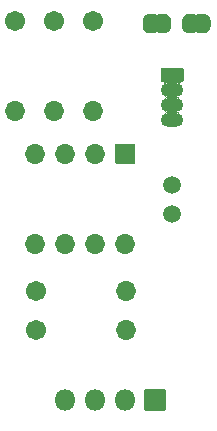
<source format=gts>
G04 #@! TF.GenerationSoftware,KiCad,Pcbnew,5.1.10-88a1d61d58~90~ubuntu20.04.1*
G04 #@! TF.CreationDate,2021-10-12T10:11:59+02:00*
G04 #@! TF.ProjectId,attiny85_I2C_RGB_LED_v2,61747469-6e79-4383-955f-4932435f5247,2.0*
G04 #@! TF.SameCoordinates,Original*
G04 #@! TF.FileFunction,Soldermask,Top*
G04 #@! TF.FilePolarity,Negative*
%FSLAX46Y46*%
G04 Gerber Fmt 4.6, Leading zero omitted, Abs format (unit mm)*
G04 Created by KiCad (PCBNEW 5.1.10-88a1d61d58~90~ubuntu20.04.1) date 2021-10-12 10:11:59*
%MOMM*%
%LPD*%
G01*
G04 APERTURE LIST*
%ADD10C,0.200000*%
%ADD11O,1.702000X1.702000*%
%ADD12C,1.702000*%
%ADD13O,1.802000X1.802000*%
%ADD14O,1.902000X1.172000*%
%ADD15C,1.502000*%
G04 APERTURE END LIST*
D10*
G36*
X121340088Y-114541598D02*
G01*
X121321666Y-114541598D01*
X121316667Y-114541352D01*
X121267836Y-114536542D01*
X121262886Y-114535808D01*
X121214761Y-114526236D01*
X121209905Y-114525020D01*
X121162950Y-114510776D01*
X121158239Y-114509090D01*
X121112906Y-114490313D01*
X121108380Y-114488173D01*
X121065107Y-114465042D01*
X121060816Y-114462469D01*
X121020017Y-114435209D01*
X121015996Y-114432227D01*
X120978067Y-114401099D01*
X120974359Y-114397738D01*
X120939662Y-114363041D01*
X120936301Y-114359333D01*
X120905173Y-114321404D01*
X120902191Y-114317383D01*
X120874931Y-114276584D01*
X120872358Y-114272293D01*
X120849227Y-114229020D01*
X120847087Y-114224494D01*
X120828310Y-114179161D01*
X120826624Y-114174450D01*
X120812380Y-114127495D01*
X120811164Y-114122639D01*
X120801592Y-114074514D01*
X120800858Y-114069564D01*
X120796048Y-114020733D01*
X120795802Y-114015734D01*
X120795802Y-113997312D01*
X120795200Y-113991200D01*
X120795200Y-113491200D01*
X120795802Y-113485088D01*
X120795802Y-113466666D01*
X120796048Y-113461667D01*
X120800858Y-113412836D01*
X120801592Y-113407886D01*
X120811164Y-113359761D01*
X120812380Y-113354905D01*
X120826624Y-113307950D01*
X120828310Y-113303239D01*
X120847087Y-113257906D01*
X120849227Y-113253380D01*
X120872358Y-113210107D01*
X120874931Y-113205816D01*
X120902191Y-113165017D01*
X120905173Y-113160996D01*
X120936301Y-113123067D01*
X120939662Y-113119359D01*
X120974359Y-113084662D01*
X120978067Y-113081301D01*
X121015996Y-113050173D01*
X121020017Y-113047191D01*
X121060816Y-113019931D01*
X121065107Y-113017358D01*
X121108380Y-112994227D01*
X121112906Y-112992087D01*
X121158239Y-112973310D01*
X121162950Y-112971624D01*
X121209905Y-112957380D01*
X121214761Y-112956164D01*
X121262886Y-112946592D01*
X121267836Y-112945858D01*
X121316667Y-112941048D01*
X121321666Y-112940802D01*
X121340088Y-112940802D01*
X121346200Y-112940200D01*
X121846200Y-112940200D01*
X121856150Y-112941180D01*
X121865717Y-112944082D01*
X121874534Y-112948795D01*
X121882262Y-112955138D01*
X121888605Y-112962866D01*
X121893318Y-112971683D01*
X121896220Y-112981250D01*
X121897200Y-112991200D01*
X121897200Y-114491200D01*
X121896220Y-114501150D01*
X121893318Y-114510717D01*
X121888605Y-114519534D01*
X121882262Y-114527262D01*
X121874534Y-114533605D01*
X121865717Y-114538318D01*
X121856150Y-114541220D01*
X121846200Y-114542200D01*
X121346200Y-114542200D01*
X121340088Y-114541598D01*
G37*
G36*
X122136250Y-114541220D02*
G01*
X122126683Y-114538318D01*
X122117866Y-114533605D01*
X122110138Y-114527262D01*
X122103795Y-114519534D01*
X122099082Y-114510717D01*
X122096180Y-114501150D01*
X122095200Y-114491200D01*
X122095200Y-112991200D01*
X122096180Y-112981250D01*
X122099082Y-112971683D01*
X122103795Y-112962866D01*
X122110138Y-112955138D01*
X122117866Y-112948795D01*
X122126683Y-112944082D01*
X122136250Y-112941180D01*
X122146200Y-112940200D01*
X122646200Y-112940200D01*
X122652312Y-112940802D01*
X122670734Y-112940802D01*
X122675733Y-112941048D01*
X122724564Y-112945858D01*
X122729514Y-112946592D01*
X122777639Y-112956164D01*
X122782495Y-112957380D01*
X122829450Y-112971624D01*
X122834161Y-112973310D01*
X122879494Y-112992087D01*
X122884020Y-112994227D01*
X122927293Y-113017358D01*
X122931584Y-113019931D01*
X122972383Y-113047191D01*
X122976404Y-113050173D01*
X123014333Y-113081301D01*
X123018041Y-113084662D01*
X123052738Y-113119359D01*
X123056099Y-113123067D01*
X123087227Y-113160996D01*
X123090209Y-113165017D01*
X123117469Y-113205816D01*
X123120042Y-113210107D01*
X123143173Y-113253380D01*
X123145313Y-113257906D01*
X123164090Y-113303239D01*
X123165776Y-113307950D01*
X123180020Y-113354905D01*
X123181236Y-113359761D01*
X123190808Y-113407886D01*
X123191542Y-113412836D01*
X123196352Y-113461667D01*
X123196598Y-113466666D01*
X123196598Y-113485088D01*
X123197200Y-113491200D01*
X123197200Y-113991200D01*
X123196598Y-113997312D01*
X123196598Y-114015734D01*
X123196352Y-114020733D01*
X123191542Y-114069564D01*
X123190808Y-114074514D01*
X123181236Y-114122639D01*
X123180020Y-114127495D01*
X123165776Y-114174450D01*
X123164090Y-114179161D01*
X123145313Y-114224494D01*
X123143173Y-114229020D01*
X123120042Y-114272293D01*
X123117469Y-114276584D01*
X123090209Y-114317383D01*
X123087227Y-114321404D01*
X123056099Y-114359333D01*
X123052738Y-114363041D01*
X123018041Y-114397738D01*
X123014333Y-114401099D01*
X122976404Y-114432227D01*
X122972383Y-114435209D01*
X122931584Y-114462469D01*
X122927293Y-114465042D01*
X122884020Y-114488173D01*
X122879494Y-114490313D01*
X122834161Y-114509090D01*
X122829450Y-114510776D01*
X122782495Y-114525020D01*
X122777639Y-114526236D01*
X122729514Y-114535808D01*
X122724564Y-114536542D01*
X122675733Y-114541352D01*
X122670734Y-114541598D01*
X122652312Y-114541598D01*
X122646200Y-114542200D01*
X122146200Y-114542200D01*
X122136250Y-114541220D01*
G37*
G36*
X125474050Y-114541220D02*
G01*
X125464483Y-114538318D01*
X125455666Y-114533605D01*
X125447938Y-114527262D01*
X125441595Y-114519534D01*
X125436882Y-114510717D01*
X125433980Y-114501150D01*
X125433000Y-114491200D01*
X125433000Y-112991200D01*
X125433980Y-112981250D01*
X125436882Y-112971683D01*
X125441595Y-112962866D01*
X125447938Y-112955138D01*
X125455666Y-112948795D01*
X125464483Y-112944082D01*
X125474050Y-112941180D01*
X125484000Y-112940200D01*
X125984000Y-112940200D01*
X125990112Y-112940802D01*
X126008534Y-112940802D01*
X126013533Y-112941048D01*
X126062364Y-112945858D01*
X126067314Y-112946592D01*
X126115439Y-112956164D01*
X126120295Y-112957380D01*
X126167250Y-112971624D01*
X126171961Y-112973310D01*
X126217294Y-112992087D01*
X126221820Y-112994227D01*
X126265093Y-113017358D01*
X126269384Y-113019931D01*
X126310183Y-113047191D01*
X126314204Y-113050173D01*
X126352133Y-113081301D01*
X126355841Y-113084662D01*
X126390538Y-113119359D01*
X126393899Y-113123067D01*
X126425027Y-113160996D01*
X126428009Y-113165017D01*
X126455269Y-113205816D01*
X126457842Y-113210107D01*
X126480973Y-113253380D01*
X126483113Y-113257906D01*
X126501890Y-113303239D01*
X126503576Y-113307950D01*
X126517820Y-113354905D01*
X126519036Y-113359761D01*
X126528608Y-113407886D01*
X126529342Y-113412836D01*
X126534152Y-113461667D01*
X126534398Y-113466666D01*
X126534398Y-113485088D01*
X126535000Y-113491200D01*
X126535000Y-113991200D01*
X126534398Y-113997312D01*
X126534398Y-114015734D01*
X126534152Y-114020733D01*
X126529342Y-114069564D01*
X126528608Y-114074514D01*
X126519036Y-114122639D01*
X126517820Y-114127495D01*
X126503576Y-114174450D01*
X126501890Y-114179161D01*
X126483113Y-114224494D01*
X126480973Y-114229020D01*
X126457842Y-114272293D01*
X126455269Y-114276584D01*
X126428009Y-114317383D01*
X126425027Y-114321404D01*
X126393899Y-114359333D01*
X126390538Y-114363041D01*
X126355841Y-114397738D01*
X126352133Y-114401099D01*
X126314204Y-114432227D01*
X126310183Y-114435209D01*
X126269384Y-114462469D01*
X126265093Y-114465042D01*
X126221820Y-114488173D01*
X126217294Y-114490313D01*
X126171961Y-114509090D01*
X126167250Y-114510776D01*
X126120295Y-114525020D01*
X126115439Y-114526236D01*
X126067314Y-114535808D01*
X126062364Y-114536542D01*
X126013533Y-114541352D01*
X126008534Y-114541598D01*
X125990112Y-114541598D01*
X125984000Y-114542200D01*
X125484000Y-114542200D01*
X125474050Y-114541220D01*
G37*
G36*
X124677888Y-114541598D02*
G01*
X124659466Y-114541598D01*
X124654467Y-114541352D01*
X124605636Y-114536542D01*
X124600686Y-114535808D01*
X124552561Y-114526236D01*
X124547705Y-114525020D01*
X124500750Y-114510776D01*
X124496039Y-114509090D01*
X124450706Y-114490313D01*
X124446180Y-114488173D01*
X124402907Y-114465042D01*
X124398616Y-114462469D01*
X124357817Y-114435209D01*
X124353796Y-114432227D01*
X124315867Y-114401099D01*
X124312159Y-114397738D01*
X124277462Y-114363041D01*
X124274101Y-114359333D01*
X124242973Y-114321404D01*
X124239991Y-114317383D01*
X124212731Y-114276584D01*
X124210158Y-114272293D01*
X124187027Y-114229020D01*
X124184887Y-114224494D01*
X124166110Y-114179161D01*
X124164424Y-114174450D01*
X124150180Y-114127495D01*
X124148964Y-114122639D01*
X124139392Y-114074514D01*
X124138658Y-114069564D01*
X124133848Y-114020733D01*
X124133602Y-114015734D01*
X124133602Y-113997312D01*
X124133000Y-113991200D01*
X124133000Y-113491200D01*
X124133602Y-113485088D01*
X124133602Y-113466666D01*
X124133848Y-113461667D01*
X124138658Y-113412836D01*
X124139392Y-113407886D01*
X124148964Y-113359761D01*
X124150180Y-113354905D01*
X124164424Y-113307950D01*
X124166110Y-113303239D01*
X124184887Y-113257906D01*
X124187027Y-113253380D01*
X124210158Y-113210107D01*
X124212731Y-113205816D01*
X124239991Y-113165017D01*
X124242973Y-113160996D01*
X124274101Y-113123067D01*
X124277462Y-113119359D01*
X124312159Y-113084662D01*
X124315867Y-113081301D01*
X124353796Y-113050173D01*
X124357817Y-113047191D01*
X124398616Y-113019931D01*
X124402907Y-113017358D01*
X124446180Y-112994227D01*
X124450706Y-112992087D01*
X124496039Y-112973310D01*
X124500750Y-112971624D01*
X124547705Y-112957380D01*
X124552561Y-112956164D01*
X124600686Y-112946592D01*
X124605636Y-112945858D01*
X124654467Y-112941048D01*
X124659466Y-112940802D01*
X124677888Y-112940802D01*
X124684000Y-112940200D01*
X125184000Y-112940200D01*
X125193950Y-112941180D01*
X125203517Y-112944082D01*
X125212334Y-112948795D01*
X125220062Y-112955138D01*
X125226405Y-112962866D01*
X125231118Y-112971683D01*
X125234020Y-112981250D01*
X125235000Y-112991200D01*
X125235000Y-114491200D01*
X125234020Y-114501150D01*
X125231118Y-114510717D01*
X125226405Y-114519534D01*
X125220062Y-114527262D01*
X125212334Y-114533605D01*
X125203517Y-114538318D01*
X125193950Y-114541220D01*
X125184000Y-114542200D01*
X124684000Y-114542200D01*
X124677888Y-114541598D01*
G37*
D11*
X119405400Y-139700000D03*
D12*
X111785400Y-139700000D03*
X111785400Y-136400000D03*
D11*
X119405400Y-136400000D03*
G36*
G01*
X118530000Y-123909000D02*
X120130000Y-123909000D01*
G75*
G02*
X120181000Y-123960000I0J-51000D01*
G01*
X120181000Y-125560000D01*
G75*
G02*
X120130000Y-125611000I-51000J0D01*
G01*
X118530000Y-125611000D01*
G75*
G02*
X118479000Y-125560000I0J51000D01*
G01*
X118479000Y-123960000D01*
G75*
G02*
X118530000Y-123909000I51000J0D01*
G01*
G37*
X111710000Y-132380000D03*
X116790000Y-124760000D03*
X114250000Y-132380000D03*
X114250000Y-124760000D03*
X116790000Y-132380000D03*
X111710000Y-124760000D03*
X119330000Y-132380000D03*
G36*
G01*
X120975400Y-144725400D02*
X122675400Y-144725400D01*
G75*
G02*
X122726400Y-144776400I0J-51000D01*
G01*
X122726400Y-146476400D01*
G75*
G02*
X122675400Y-146527400I-51000J0D01*
G01*
X120975400Y-146527400D01*
G75*
G02*
X120924400Y-146476400I0J51000D01*
G01*
X120924400Y-144776400D01*
G75*
G02*
X120975400Y-144725400I51000J0D01*
G01*
G37*
D13*
X119285400Y-145626400D03*
X116745400Y-145626400D03*
X114205400Y-145626400D03*
G36*
G01*
X122400000Y-117514000D02*
X124200000Y-117514000D01*
G75*
G02*
X124251000Y-117565000I0J-51000D01*
G01*
X124251000Y-118635000D01*
G75*
G02*
X124200000Y-118686000I-51000J0D01*
G01*
X122400000Y-118686000D01*
G75*
G02*
X122349000Y-118635000I0J51000D01*
G01*
X122349000Y-117565000D01*
G75*
G02*
X122400000Y-117514000I51000J0D01*
G01*
G37*
D14*
X123300000Y-119370000D03*
X123300000Y-120640000D03*
X123300000Y-121910000D03*
D15*
X123300000Y-127400000D03*
X123300000Y-129900000D03*
D12*
X110000000Y-113500000D03*
D11*
X110000000Y-121120000D03*
X116600000Y-121120000D03*
D12*
X116600000Y-113500000D03*
X113300000Y-113500000D03*
D11*
X113300000Y-121120000D03*
D10*
G36*
X122686951Y-121166405D02*
G01*
X122711517Y-121179536D01*
X122821072Y-121212770D01*
X122935094Y-121224000D01*
X123664906Y-121224000D01*
X123778928Y-121212770D01*
X123888483Y-121179536D01*
X123913049Y-121166405D01*
X123915048Y-121166471D01*
X123915991Y-121168234D01*
X123915103Y-121169832D01*
X123899993Y-121179928D01*
X123882946Y-121196975D01*
X123869551Y-121217023D01*
X123860324Y-121239297D01*
X123855620Y-121262947D01*
X123855620Y-121287053D01*
X123860324Y-121310703D01*
X123869551Y-121332977D01*
X123882945Y-121353024D01*
X123899992Y-121370071D01*
X123915103Y-121380168D01*
X123915988Y-121381962D01*
X123914877Y-121383625D01*
X123913049Y-121383595D01*
X123888483Y-121370464D01*
X123778928Y-121337230D01*
X123664906Y-121326000D01*
X122935094Y-121326000D01*
X122821072Y-121337230D01*
X122711517Y-121370464D01*
X122686951Y-121383595D01*
X122684952Y-121383529D01*
X122684009Y-121381766D01*
X122684897Y-121380168D01*
X122700007Y-121370072D01*
X122717054Y-121353025D01*
X122730449Y-121332977D01*
X122739676Y-121310703D01*
X122744380Y-121287053D01*
X122744380Y-121262947D01*
X122739676Y-121239297D01*
X122730449Y-121217023D01*
X122717055Y-121196976D01*
X122700008Y-121179929D01*
X122684897Y-121169832D01*
X122684012Y-121168038D01*
X122685123Y-121166375D01*
X122686951Y-121166405D01*
G37*
G36*
X122686951Y-119896405D02*
G01*
X122711517Y-119909536D01*
X122821072Y-119942770D01*
X122935094Y-119954000D01*
X123664906Y-119954000D01*
X123778928Y-119942770D01*
X123888483Y-119909536D01*
X123913049Y-119896405D01*
X123915048Y-119896471D01*
X123915991Y-119898234D01*
X123915103Y-119899832D01*
X123899993Y-119909928D01*
X123882946Y-119926975D01*
X123869551Y-119947023D01*
X123860324Y-119969297D01*
X123855620Y-119992947D01*
X123855620Y-120017053D01*
X123860324Y-120040703D01*
X123869551Y-120062977D01*
X123882945Y-120083024D01*
X123899992Y-120100071D01*
X123915103Y-120110168D01*
X123915988Y-120111962D01*
X123914877Y-120113625D01*
X123913049Y-120113595D01*
X123888483Y-120100464D01*
X123778928Y-120067230D01*
X123664906Y-120056000D01*
X122935094Y-120056000D01*
X122821072Y-120067230D01*
X122711517Y-120100464D01*
X122686951Y-120113595D01*
X122684952Y-120113529D01*
X122684009Y-120111766D01*
X122684897Y-120110168D01*
X122700007Y-120100072D01*
X122717054Y-120083025D01*
X122730449Y-120062977D01*
X122739676Y-120040703D01*
X122744380Y-120017053D01*
X122744380Y-119992947D01*
X122739676Y-119969297D01*
X122730449Y-119947023D01*
X122717055Y-119926976D01*
X122700008Y-119909929D01*
X122684897Y-119899832D01*
X122684012Y-119898038D01*
X122685123Y-119896375D01*
X122686951Y-119896405D01*
G37*
G36*
X124100945Y-118685000D02*
G01*
X124100945Y-118687000D01*
X124099409Y-118687990D01*
X124075222Y-118690372D01*
X124052147Y-118697372D01*
X124030883Y-118708737D01*
X124012246Y-118724032D01*
X123996951Y-118742669D01*
X123985586Y-118763933D01*
X123978586Y-118787008D01*
X123976223Y-118810999D01*
X123978586Y-118834990D01*
X123985586Y-118858065D01*
X123996928Y-118879285D01*
X124018642Y-118903242D01*
X124019064Y-118905197D01*
X124017582Y-118906540D01*
X124015891Y-118906131D01*
X123989448Y-118884430D01*
X123888483Y-118830464D01*
X123778928Y-118797230D01*
X123664906Y-118786000D01*
X122935094Y-118786000D01*
X122821072Y-118797230D01*
X122711517Y-118830464D01*
X122610552Y-118884430D01*
X122585696Y-118904829D01*
X122583722Y-118905155D01*
X122582454Y-118903609D01*
X122583013Y-118901869D01*
X122595859Y-118889023D01*
X122609254Y-118868976D01*
X122618480Y-118846702D01*
X122623184Y-118823052D01*
X122623184Y-118798945D01*
X122618479Y-118775295D01*
X122609253Y-118753021D01*
X122595858Y-118732974D01*
X122578811Y-118715927D01*
X122558764Y-118702532D01*
X122536533Y-118693323D01*
X122500494Y-118687978D01*
X122498927Y-118686735D01*
X122499220Y-118684757D01*
X122500787Y-118684000D01*
X124099213Y-118684000D01*
X124100945Y-118685000D01*
G37*
G36*
X125229405Y-112964317D02*
G01*
X125230334Y-112965449D01*
X125230451Y-112965607D01*
X125238929Y-112978296D01*
X125255976Y-112995343D01*
X125276024Y-113008738D01*
X125298298Y-113017964D01*
X125321948Y-113022668D01*
X125346054Y-113022668D01*
X125369704Y-113017963D01*
X125391978Y-113008737D01*
X125412025Y-112995342D01*
X125429072Y-112978295D01*
X125437550Y-112965607D01*
X125437667Y-112965449D01*
X125438593Y-112964321D01*
X125440465Y-112963617D01*
X125442011Y-112964886D01*
X125441903Y-112966533D01*
X125438739Y-112972452D01*
X125435950Y-112981645D01*
X125435000Y-112991294D01*
X125435000Y-114491106D01*
X125435950Y-114500755D01*
X125438739Y-114509948D01*
X125441905Y-114515871D01*
X125441839Y-114517870D01*
X125440076Y-114518813D01*
X125438595Y-114518083D01*
X125437666Y-114516951D01*
X125437549Y-114516793D01*
X125429071Y-114504104D01*
X125412024Y-114487057D01*
X125391976Y-114473662D01*
X125369702Y-114464436D01*
X125346052Y-114459732D01*
X125321946Y-114459732D01*
X125298296Y-114464437D01*
X125276022Y-114473663D01*
X125255975Y-114487058D01*
X125238928Y-114504105D01*
X125230450Y-114516793D01*
X125230333Y-114516951D01*
X125229407Y-114518079D01*
X125227535Y-114518783D01*
X125225989Y-114517514D01*
X125226097Y-114515867D01*
X125229261Y-114509948D01*
X125232050Y-114500755D01*
X125233000Y-114491106D01*
X125233000Y-112991294D01*
X125232050Y-112981645D01*
X125229261Y-112972452D01*
X125226095Y-112966529D01*
X125226161Y-112964530D01*
X125227924Y-112963587D01*
X125229405Y-112964317D01*
G37*
G36*
X121891605Y-112964317D02*
G01*
X121892534Y-112965449D01*
X121892651Y-112965607D01*
X121901129Y-112978296D01*
X121918176Y-112995343D01*
X121938224Y-113008738D01*
X121960498Y-113017964D01*
X121984148Y-113022668D01*
X122008254Y-113022668D01*
X122031904Y-113017963D01*
X122054178Y-113008737D01*
X122074225Y-112995342D01*
X122091272Y-112978295D01*
X122099750Y-112965607D01*
X122099867Y-112965449D01*
X122100793Y-112964321D01*
X122102665Y-112963617D01*
X122104211Y-112964886D01*
X122104103Y-112966533D01*
X122100939Y-112972452D01*
X122098150Y-112981645D01*
X122097200Y-112991294D01*
X122097200Y-114491106D01*
X122098150Y-114500755D01*
X122100939Y-114509948D01*
X122104105Y-114515871D01*
X122104039Y-114517870D01*
X122102276Y-114518813D01*
X122100795Y-114518083D01*
X122099866Y-114516951D01*
X122099749Y-114516793D01*
X122091271Y-114504104D01*
X122074224Y-114487057D01*
X122054176Y-114473662D01*
X122031902Y-114464436D01*
X122008252Y-114459732D01*
X121984146Y-114459732D01*
X121960496Y-114464437D01*
X121938222Y-114473663D01*
X121918175Y-114487058D01*
X121901128Y-114504105D01*
X121892650Y-114516793D01*
X121892533Y-114516951D01*
X121891607Y-114518079D01*
X121889735Y-114518783D01*
X121888189Y-114517514D01*
X121888297Y-114515867D01*
X121891461Y-114509948D01*
X121894250Y-114500755D01*
X121895200Y-114491106D01*
X121895200Y-112991294D01*
X121894250Y-112981645D01*
X121891461Y-112972452D01*
X121888295Y-112966529D01*
X121888361Y-112964530D01*
X121890124Y-112963587D01*
X121891605Y-112964317D01*
G37*
M02*

</source>
